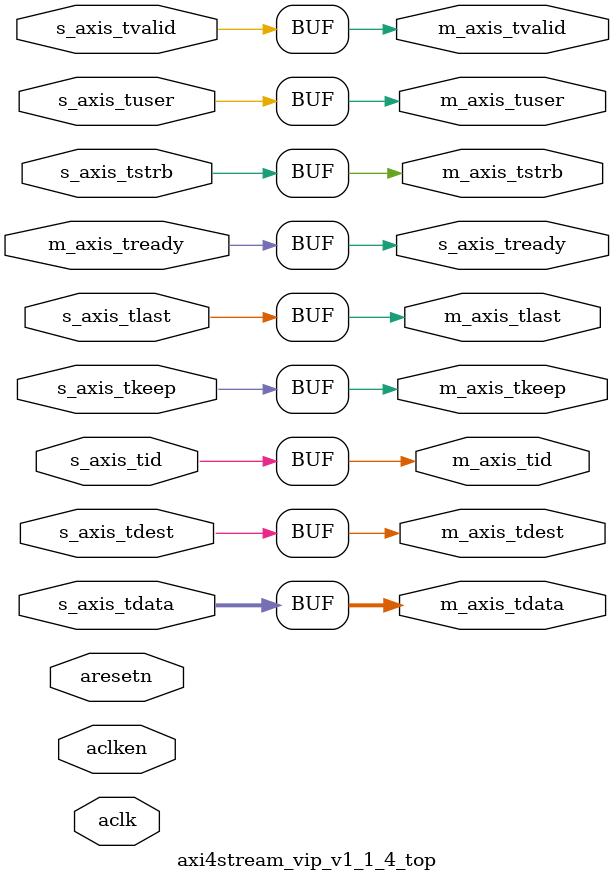
<source format=sv>

`timescale 1ps/1ps

(* DowngradeIPIdentifiedWarnings="yes" *) 
module axi4stream_vip_v1_1_4_top #
  (
   parameter [31:0]  C_AXI4STREAM_SIGNAL_SET         = 32'h03,
   parameter integer C_AXI4STREAM_INTERFACE_MODE     = 1,  //master, slave and bypass
   parameter integer C_AXI4STREAM_DATA_WIDTH        = 8,
   parameter integer C_AXI4STREAM_USER_BITS_PER_BYTE = 0,
   parameter integer C_AXI4STREAM_ID_WIDTH          = 0,
   parameter integer C_AXI4STREAM_DEST_WIDTH        = 0,
   parameter integer C_AXI4STREAM_USER_WIDTH        = 0,
   parameter integer C_AXI4STREAM_HAS_ARESETN       = 0
   )
  (
   // System Signals
   input wire aclk,
   input wire aresetn,
   input wire aclken,

   // Slave side
   input  wire                              s_axis_tvalid,
   output wire                              s_axis_tready,
   input  wire [C_AXI4STREAM_DATA_WIDTH==0? 0:C_AXI4STREAM_DATA_WIDTH-1:0]     s_axis_tdata,
   input  wire [C_AXI4STREAM_DATA_WIDTH/8==0? 0:C_AXI4STREAM_DATA_WIDTH/8-1:0]   s_axis_tstrb,
   input  wire [C_AXI4STREAM_DATA_WIDTH/8==0? 0:C_AXI4STREAM_DATA_WIDTH/8-1:0]   s_axis_tkeep,
   input  wire                              s_axis_tlast,
   input  wire [C_AXI4STREAM_ID_WIDTH==0? 0:C_AXI4STREAM_ID_WIDTH-1:0]         s_axis_tid,
   input  wire [C_AXI4STREAM_DEST_WIDTH==0? 0:C_AXI4STREAM_DEST_WIDTH-1:0]     s_axis_tdest,
   input  wire [C_AXI4STREAM_USER_WIDTH==0? 0:C_AXI4STREAM_USER_WIDTH-1:0]     s_axis_tuser,

   // Master side
   output wire                              m_axis_tvalid,
   input  wire                              m_axis_tready,
   output wire [C_AXI4STREAM_DATA_WIDTH==0? 0:C_AXI4STREAM_DATA_WIDTH-1:0]     m_axis_tdata,
   output wire [C_AXI4STREAM_DATA_WIDTH/8==0? 0:C_AXI4STREAM_DATA_WIDTH/8-1:0]   m_axis_tstrb,
   output wire [C_AXI4STREAM_DATA_WIDTH/8==0? 0:C_AXI4STREAM_DATA_WIDTH/8-1:0]   m_axis_tkeep,
   output wire                              m_axis_tlast,
   output wire [C_AXI4STREAM_ID_WIDTH==0? 0:C_AXI4STREAM_ID_WIDTH-1:0]         m_axis_tid,
   output wire [C_AXI4STREAM_DEST_WIDTH==0? 0:C_AXI4STREAM_DEST_WIDTH-1:0]     m_axis_tdest,
   output wire [C_AXI4STREAM_USER_WIDTH==0? 0:C_AXI4STREAM_USER_WIDTH-1:0]     m_axis_tuser
     );

    //output for slave side, 0 or interface signal(mux)
  assign s_axis_tready =  (C_AXI4STREAM_INTERFACE_MODE ==1 )? m_axis_tready : {1'b0};

  //output for master side, 0 or interface(mux)
  assign m_axis_tvalid = (C_AXI4STREAM_INTERFACE_MODE ==1 )? s_axis_tvalid : {1'b0};
  assign m_axis_tdata  = (C_AXI4STREAM_INTERFACE_MODE ==1 )? s_axis_tdata : {C_AXI4STREAM_DATA_WIDTH==0? 1:C_AXI4STREAM_DATA_WIDTH{1'b0}};
  assign m_axis_tstrb  =(C_AXI4STREAM_INTERFACE_MODE ==1 )? s_axis_tstrb : {C_AXI4STREAM_DATA_WIDTH/8==0? 1:(C_AXI4STREAM_DATA_WIDTH/8){1'b0}};
  assign m_axis_tkeep  =  (C_AXI4STREAM_INTERFACE_MODE ==1 )? s_axis_tkeep : {C_AXI4STREAM_DATA_WIDTH/8==0? 1:(C_AXI4STREAM_DATA_WIDTH/8){1'b0}};
  assign m_axis_tlast  = (C_AXI4STREAM_INTERFACE_MODE ==1 )? s_axis_tlast : {1'b0};
  assign m_axis_tid    = (C_AXI4STREAM_INTERFACE_MODE ==1 )? s_axis_tid: {C_AXI4STREAM_ID_WIDTH==0? 1: C_AXI4STREAM_ID_WIDTH{1'b0}};
  assign m_axis_tdest  = (C_AXI4STREAM_INTERFACE_MODE ==1 )? s_axis_tdest : {(C_AXI4STREAM_DEST_WIDTH==0? 1: C_AXI4STREAM_DEST_WIDTH){1'b0}};
  assign m_axis_tuser  =  (C_AXI4STREAM_INTERFACE_MODE ==1 )? s_axis_tuser: {(C_AXI4STREAM_USER_WIDTH==0? 1: C_AXI4STREAM_USER_WIDTH){1'b0}}; 

endmodule : axi4stream_vip_v1_1_4_top



</source>
